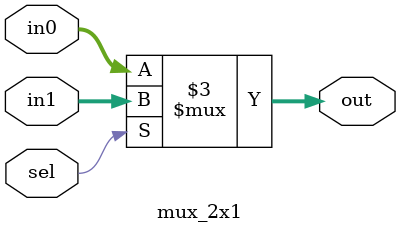
<source format=v>
module mux_2x1(
    input [31:0] in0,in1,
    input  sel,	       
    output reg [31:0] out
);

   always@(*)begin
      if(sel) out <= in1;
      else out <= in0;
   end
endmodule

</source>
